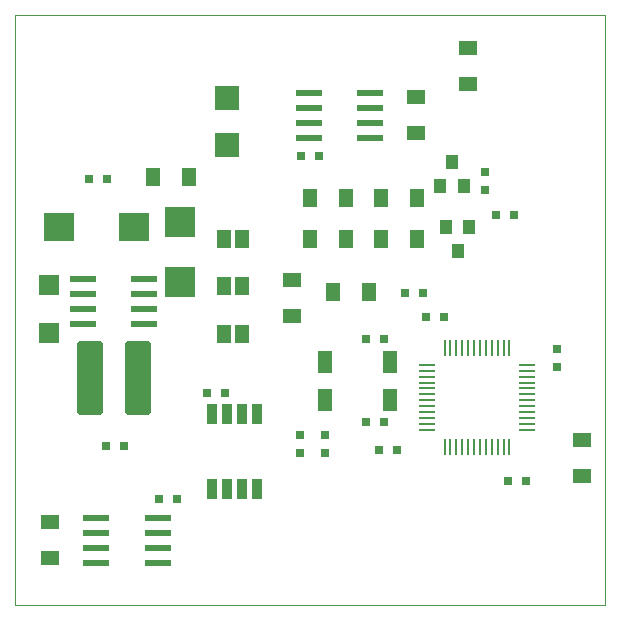
<source format=gtp>
G75*
%MOIN*%
%OFA0B0*%
%FSLAX24Y24*%
%IPPOS*%
%LPD*%
%AMOC8*
5,1,8,0,0,1.08239X$1,22.5*
%
%ADD10C,0.0000*%
%ADD11R,0.0580X0.0110*%
%ADD12R,0.0110X0.0580*%
%ADD13R,0.0866X0.0236*%
%ADD14R,0.1024X0.0945*%
%ADD15R,0.0984X0.1004*%
%ADD16R,0.0787X0.0787*%
%ADD17R,0.0315X0.0315*%
%ADD18C,0.0217*%
%ADD19R,0.0669X0.0709*%
%ADD20R,0.0512X0.0630*%
%ADD21R,0.0630X0.0512*%
%ADD22R,0.0512X0.0748*%
%ADD23R,0.0320X0.0660*%
%ADD24R,0.0394X0.0472*%
%ADD25R,0.0460X0.0630*%
D10*
X000500Y000500D02*
X000500Y020185D01*
X020185Y020185D01*
X020185Y000500D01*
X000500Y000500D01*
X000500Y020185D01*
X020185Y020185D01*
X020185Y000500D01*
X000500Y000500D01*
D11*
X014246Y006345D03*
X014246Y006535D03*
X014246Y006735D03*
X014246Y006935D03*
X014246Y007125D03*
X014246Y007325D03*
X014246Y007525D03*
X014246Y007725D03*
X014246Y007915D03*
X014246Y008115D03*
X014246Y008315D03*
X014246Y008505D03*
X017566Y008505D03*
X017566Y008315D03*
X017566Y008115D03*
X017566Y007915D03*
X017566Y007725D03*
X017566Y007525D03*
X017566Y007325D03*
X017566Y007125D03*
X017566Y006935D03*
X017566Y006735D03*
X017566Y006535D03*
X017566Y006345D03*
D12*
X016986Y005765D03*
X016796Y005765D03*
X016596Y005765D03*
X016396Y005765D03*
X016206Y005765D03*
X016006Y005765D03*
X015806Y005765D03*
X015606Y005765D03*
X015416Y005765D03*
X015216Y005765D03*
X015016Y005765D03*
X014826Y005765D03*
X014826Y009085D03*
X015016Y009085D03*
X015216Y009085D03*
X015416Y009085D03*
X015606Y009085D03*
X015806Y009085D03*
X016006Y009085D03*
X016206Y009085D03*
X016396Y009085D03*
X016596Y009085D03*
X016796Y009085D03*
X016986Y009085D03*
D13*
X012350Y016089D03*
X012350Y016589D03*
X012350Y017089D03*
X012350Y017589D03*
X010303Y017589D03*
X010303Y017089D03*
X010303Y016589D03*
X010303Y016089D03*
X004823Y011360D03*
X004823Y010860D03*
X004823Y010360D03*
X004823Y009860D03*
X002776Y009860D03*
X002776Y010360D03*
X002776Y010860D03*
X002776Y011360D03*
X003217Y003415D03*
X003217Y002915D03*
X003217Y002415D03*
X003217Y001915D03*
X005264Y001915D03*
X005264Y002415D03*
X005264Y002915D03*
X005264Y003415D03*
D14*
X004482Y013091D03*
X001982Y013091D03*
D15*
X006020Y013260D03*
X006020Y011260D03*
D16*
X007579Y015835D03*
X007579Y017409D03*
D17*
X010043Y015461D03*
X010643Y015461D03*
X013519Y010906D03*
X014119Y010906D03*
X014220Y010110D03*
X014820Y010110D03*
X012808Y009358D03*
X012208Y009358D03*
X012208Y006602D03*
X012808Y006602D03*
X012625Y005689D03*
X013225Y005689D03*
X010854Y005586D03*
X010854Y006186D03*
X010000Y006170D03*
X010000Y005570D03*
X007493Y007587D03*
X006893Y007587D03*
X004146Y005815D03*
X003546Y005815D03*
X005318Y004043D03*
X005918Y004043D03*
X016165Y014357D03*
X016165Y014957D03*
X016539Y013492D03*
X017139Y013492D03*
X018559Y009032D03*
X018559Y008432D03*
X017556Y004626D03*
X016956Y004626D03*
X003560Y014724D03*
X002960Y014724D03*
D18*
X003309Y009223D02*
X003309Y006959D01*
X002659Y006959D01*
X002659Y009223D01*
X003309Y009223D01*
X003309Y007175D02*
X002659Y007175D01*
X002659Y007391D02*
X003309Y007391D01*
X003309Y007607D02*
X002659Y007607D01*
X002659Y007823D02*
X003309Y007823D01*
X003309Y008039D02*
X002659Y008039D01*
X002659Y008255D02*
X003309Y008255D01*
X003309Y008471D02*
X002659Y008471D01*
X002659Y008687D02*
X003309Y008687D01*
X003309Y008903D02*
X002659Y008903D01*
X002659Y009119D02*
X003309Y009119D01*
X004273Y009223D02*
X004273Y006959D01*
X004273Y009223D02*
X004923Y009223D01*
X004923Y006959D01*
X004273Y006959D01*
X004273Y007175D02*
X004923Y007175D01*
X004923Y007391D02*
X004273Y007391D01*
X004273Y007607D02*
X004923Y007607D01*
X004923Y007823D02*
X004273Y007823D01*
X004273Y008039D02*
X004923Y008039D01*
X004923Y008255D02*
X004273Y008255D01*
X004273Y008471D02*
X004923Y008471D01*
X004923Y008687D02*
X004273Y008687D01*
X004273Y008903D02*
X004923Y008903D01*
X004923Y009119D02*
X004273Y009119D01*
D19*
X001646Y009559D03*
X001646Y011173D03*
D20*
X005101Y014783D03*
X006301Y014783D03*
X010333Y014083D03*
X011533Y014083D03*
X012695Y014083D03*
X013895Y014083D03*
X013895Y012705D03*
X012695Y012705D03*
X011533Y012705D03*
X010333Y012705D03*
X011120Y010933D03*
X012320Y010933D03*
D21*
X009752Y011336D03*
X009752Y010136D03*
X013886Y016239D03*
X013886Y017439D03*
X015606Y017888D03*
X015606Y019088D03*
X019398Y006021D03*
X019398Y004821D03*
X001681Y003265D03*
X001681Y002065D03*
D22*
X010835Y007350D03*
X010835Y008610D03*
X013000Y008610D03*
X013000Y007350D03*
D23*
X008587Y006868D03*
X008087Y006868D03*
X007587Y006868D03*
X007087Y006868D03*
X007087Y004368D03*
X007587Y004368D03*
X008087Y004368D03*
X008587Y004368D03*
D24*
X015264Y012311D03*
X015657Y013098D03*
X014870Y013098D03*
X014673Y014476D03*
X015461Y014476D03*
X015067Y015264D03*
D25*
X008083Y012705D03*
X007483Y012705D03*
X007483Y011130D03*
X008083Y011130D03*
X008083Y009555D03*
X007483Y009555D03*
M02*

</source>
